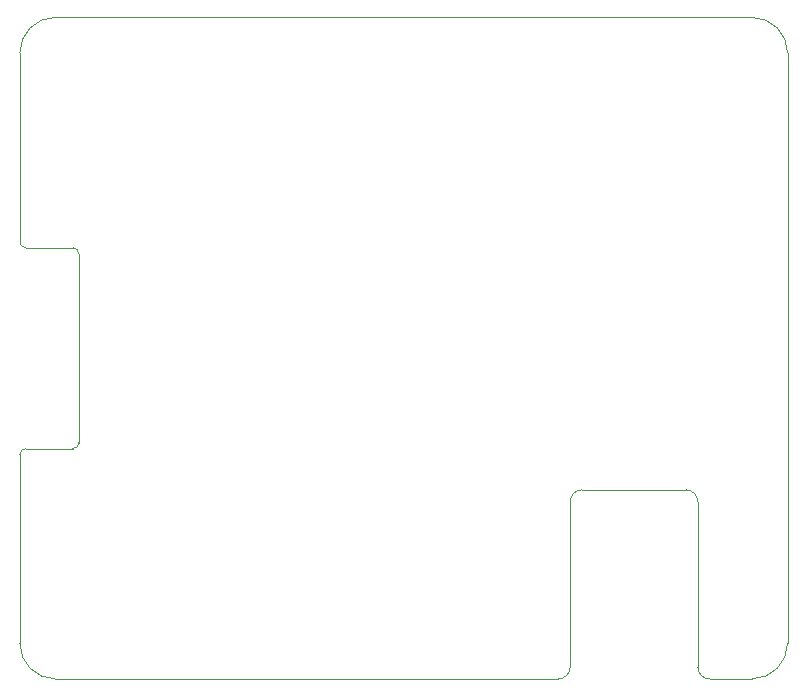
<source format=gbr>
G04 #@! TF.GenerationSoftware,KiCad,Pcbnew,9.0.1-9.0.1-0~ubuntu24.04.1*
G04 #@! TF.CreationDate,2025-04-25T17:18:32-05:00*
G04 #@! TF.ProjectId,pico_driver,7069636f-5f64-4726-9976-65722e6b6963,rev?*
G04 #@! TF.SameCoordinates,Original*
G04 #@! TF.FileFunction,Profile,NP*
%FSLAX46Y46*%
G04 Gerber Fmt 4.6, Leading zero omitted, Abs format (unit mm)*
G04 Created by KiCad (PCBNEW 9.0.1-9.0.1-0~ubuntu24.04.1) date 2025-04-25 17:18:32*
%MOMM*%
%LPD*%
G01*
G04 APERTURE LIST*
G04 #@! TA.AperFunction,Profile*
%ADD10C,0.100000*%
G04 #@! TD*
G04 APERTURE END LIST*
D10*
X162000000Y-100000000D02*
X158400000Y-100000000D01*
X156400000Y-84000000D02*
G75*
G02*
X157400000Y-85000000I0J-1000000D01*
G01*
X100500000Y-63500000D02*
G75*
G02*
X100000000Y-63000000I0J500000D01*
G01*
X162000000Y-44000000D02*
G75*
G02*
X165000000Y-47000000I0J-3000000D01*
G01*
X165000000Y-97000000D02*
X165000000Y-47000000D01*
X100000000Y-47000000D02*
X100000000Y-63000000D01*
X146600000Y-85000000D02*
X146599999Y-99000000D01*
X103000000Y-100000000D02*
G75*
G02*
X100000000Y-97000000I0J3000000D01*
G01*
X146600000Y-99000000D02*
G75*
G02*
X145600000Y-100000000I-1000000J0D01*
G01*
X146600000Y-85000000D02*
G75*
G02*
X147600000Y-84000000I1000000J0D01*
G01*
X145600000Y-100000000D02*
X103000000Y-100000000D01*
X104500000Y-80500000D02*
X100500000Y-80500000D01*
X158400000Y-100000000D02*
G75*
G02*
X157400000Y-99000000I0J1000000D01*
G01*
X100000000Y-81000000D02*
G75*
G02*
X100499127Y-80500001I500000J0D01*
G01*
X165000000Y-97000000D02*
G75*
G02*
X162000000Y-100000000I-3000000J0D01*
G01*
X105000000Y-64000000D02*
X105000000Y-80000000D01*
X100000000Y-47000000D02*
G75*
G02*
X103000000Y-44000000I3000000J0D01*
G01*
X156400000Y-84000000D02*
X147600000Y-84000000D01*
X157400000Y-99000000D02*
X157400000Y-85000000D01*
X100000000Y-81000000D02*
X100000000Y-97000000D01*
X100500000Y-63500000D02*
X104500000Y-63500000D01*
X105000000Y-80000000D02*
G75*
G02*
X104500000Y-80500000I-500000J0D01*
G01*
X104500000Y-63500000D02*
G75*
G02*
X105000000Y-64000000I0J-500000D01*
G01*
X162000000Y-44000000D02*
X103000000Y-44000000D01*
M02*

</source>
